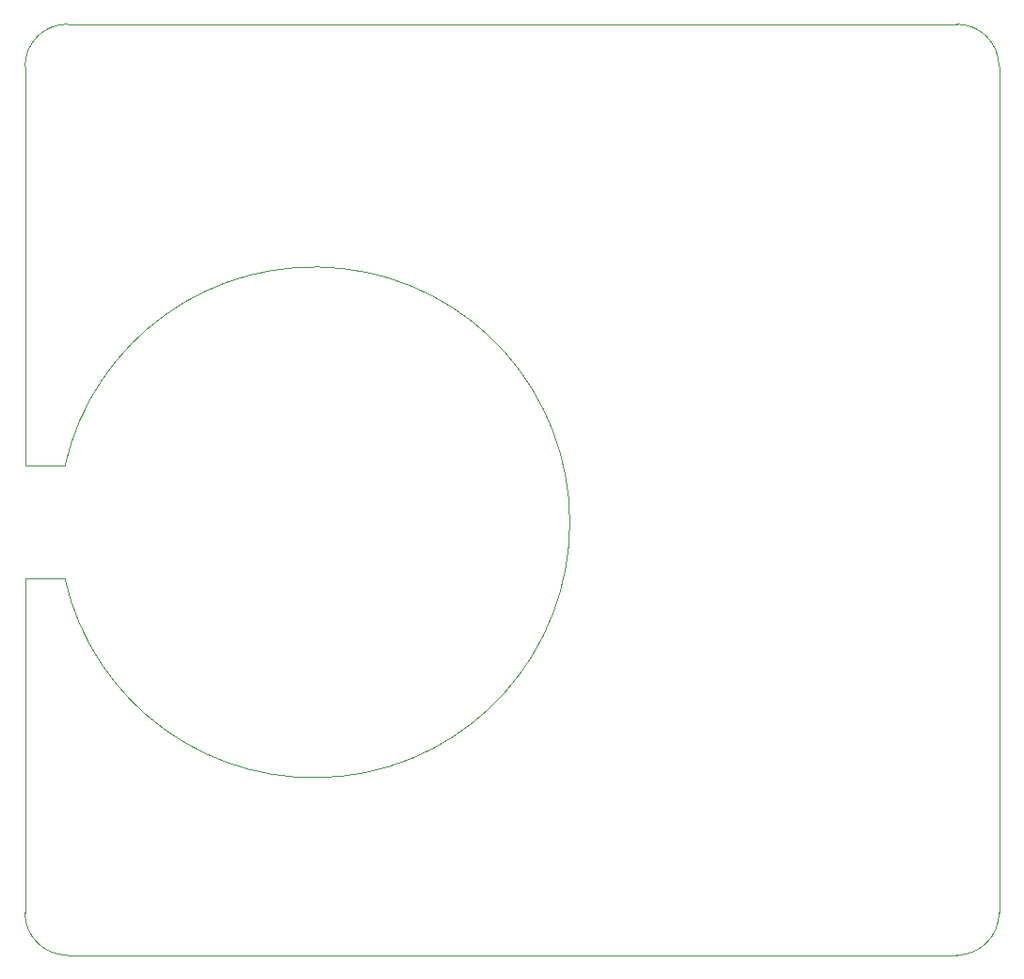
<source format=gbr>
%TF.GenerationSoftware,KiCad,Pcbnew,(6.0.9)*%
%TF.CreationDate,2023-01-29T03:00:28+01:00*%
%TF.ProjectId,Pi Pico Stepper controller,50692050-6963-46f2-9053-746570706572,0.1*%
%TF.SameCoordinates,Original*%
%TF.FileFunction,Profile,NP*%
%FSLAX46Y46*%
G04 Gerber Fmt 4.6, Leading zero omitted, Abs format (unit mm)*
G04 Created by KiCad (PCBNEW (6.0.9)) date 2023-01-29 03:00:28*
%MOMM*%
%LPD*%
G01*
G04 APERTURE LIST*
%TA.AperFunction,Profile*%
%ADD10C,0.100000*%
%TD*%
G04 APERTURE END LIST*
D10*
X187960000Y-50800000D02*
X187960000Y-127000000D01*
X104140000Y-46990000D02*
X184150000Y-46990000D01*
X100330000Y-127000000D02*
G75*
G03*
X104140000Y-130810000I3810000J0D01*
G01*
X103925512Y-96924246D02*
G75*
G03*
X103926000Y-86766400I22425488J5077846D01*
G01*
X184150000Y-130810000D02*
X104140000Y-130810000D01*
X103925512Y-96924246D02*
X100330000Y-96926400D01*
X184150000Y-130810000D02*
G75*
G03*
X187960000Y-127000000I0J3810000D01*
G01*
X103926000Y-86766400D02*
X100341400Y-86766400D01*
X187960000Y-50800000D02*
G75*
G03*
X184150000Y-46990000I-3810000J0D01*
G01*
X100341400Y-86766400D02*
X100330000Y-50800000D01*
X100330000Y-96926400D02*
X100330000Y-127000000D01*
X104140000Y-46990000D02*
G75*
G03*
X100330000Y-50800000I0J-3810000D01*
G01*
M02*

</source>
